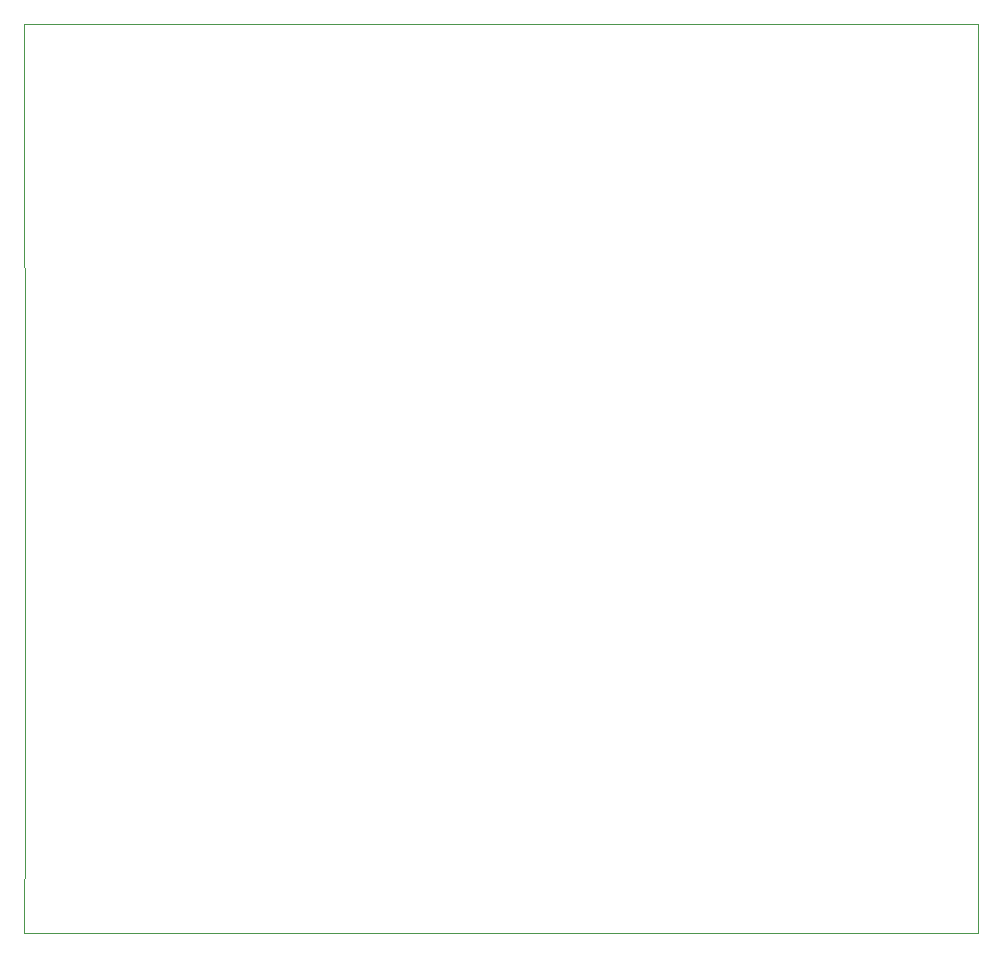
<source format=gbr>
%TF.GenerationSoftware,KiCad,Pcbnew,(6.0.7)*%
%TF.CreationDate,2023-01-04T14:37:49+01:00*%
%TF.ProjectId,s0 interface,73302069-6e74-4657-9266-6163652e6b69,rev?*%
%TF.SameCoordinates,Original*%
%TF.FileFunction,Profile,NP*%
%FSLAX46Y46*%
G04 Gerber Fmt 4.6, Leading zero omitted, Abs format (unit mm)*
G04 Created by KiCad (PCBNEW (6.0.7)) date 2023-01-04 14:37:49*
%MOMM*%
%LPD*%
G01*
G04 APERTURE LIST*
%TA.AperFunction,Profile*%
%ADD10C,0.100000*%
%TD*%
G04 APERTURE END LIST*
D10*
X229082600Y-107340400D02*
X229082600Y-30378400D01*
X148310600Y-30378400D02*
X148336000Y-71374000D01*
X148336000Y-71374000D02*
X148336000Y-98171000D01*
X148336000Y-71374000D02*
X148336000Y-71374000D01*
X148336000Y-98171000D02*
X148336000Y-98171000D01*
X148310600Y-107340400D02*
X229082600Y-107340400D01*
X148336000Y-98171000D02*
X148310600Y-107340400D01*
X229082600Y-30378400D02*
X148310600Y-30378400D01*
M02*

</source>
